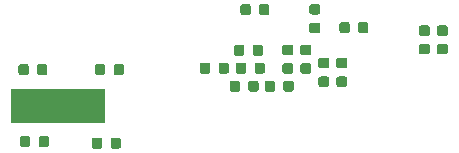
<source format=gbp>
G04 #@! TF.GenerationSoftware,KiCad,Pcbnew,(5.0.0)*
G04 #@! TF.CreationDate,2018-09-15T00:01:03-04:00*
G04 #@! TF.ProjectId,EFMPod,45464D506F642E6B696361645F706362,rev?*
G04 #@! TF.SameCoordinates,Original*
G04 #@! TF.FileFunction,Paste,Bot*
G04 #@! TF.FilePolarity,Positive*
%FSLAX46Y46*%
G04 Gerber Fmt 4.6, Leading zero omitted, Abs format (unit mm)*
G04 Created by KiCad (PCBNEW (5.0.0)) date 09/15/18 00:01:03*
%MOMM*%
%LPD*%
G01*
G04 APERTURE LIST*
%ADD10C,0.100000*%
%ADD11C,0.875000*%
%ADD12R,8.000000X3.000000*%
G04 APERTURE END LIST*
D10*
G04 #@! TO.C,C1*
G36*
X139330691Y-91347053D02*
X139351926Y-91350203D01*
X139372750Y-91355419D01*
X139392962Y-91362651D01*
X139412368Y-91371830D01*
X139430781Y-91382866D01*
X139448024Y-91395654D01*
X139463930Y-91410070D01*
X139478346Y-91425976D01*
X139491134Y-91443219D01*
X139502170Y-91461632D01*
X139511349Y-91481038D01*
X139518581Y-91501250D01*
X139523797Y-91522074D01*
X139526947Y-91543309D01*
X139528000Y-91564750D01*
X139528000Y-92077250D01*
X139526947Y-92098691D01*
X139523797Y-92119926D01*
X139518581Y-92140750D01*
X139511349Y-92160962D01*
X139502170Y-92180368D01*
X139491134Y-92198781D01*
X139478346Y-92216024D01*
X139463930Y-92231930D01*
X139448024Y-92246346D01*
X139430781Y-92259134D01*
X139412368Y-92270170D01*
X139392962Y-92279349D01*
X139372750Y-92286581D01*
X139351926Y-92291797D01*
X139330691Y-92294947D01*
X139309250Y-92296000D01*
X138871750Y-92296000D01*
X138850309Y-92294947D01*
X138829074Y-92291797D01*
X138808250Y-92286581D01*
X138788038Y-92279349D01*
X138768632Y-92270170D01*
X138750219Y-92259134D01*
X138732976Y-92246346D01*
X138717070Y-92231930D01*
X138702654Y-92216024D01*
X138689866Y-92198781D01*
X138678830Y-92180368D01*
X138669651Y-92160962D01*
X138662419Y-92140750D01*
X138657203Y-92119926D01*
X138654053Y-92098691D01*
X138653000Y-92077250D01*
X138653000Y-91564750D01*
X138654053Y-91543309D01*
X138657203Y-91522074D01*
X138662419Y-91501250D01*
X138669651Y-91481038D01*
X138678830Y-91461632D01*
X138689866Y-91443219D01*
X138702654Y-91425976D01*
X138717070Y-91410070D01*
X138732976Y-91395654D01*
X138750219Y-91382866D01*
X138768632Y-91371830D01*
X138788038Y-91362651D01*
X138808250Y-91355419D01*
X138829074Y-91350203D01*
X138850309Y-91347053D01*
X138871750Y-91346000D01*
X139309250Y-91346000D01*
X139330691Y-91347053D01*
X139330691Y-91347053D01*
G37*
D11*
X139090500Y-91821000D03*
D10*
G36*
X137755691Y-91347053D02*
X137776926Y-91350203D01*
X137797750Y-91355419D01*
X137817962Y-91362651D01*
X137837368Y-91371830D01*
X137855781Y-91382866D01*
X137873024Y-91395654D01*
X137888930Y-91410070D01*
X137903346Y-91425976D01*
X137916134Y-91443219D01*
X137927170Y-91461632D01*
X137936349Y-91481038D01*
X137943581Y-91501250D01*
X137948797Y-91522074D01*
X137951947Y-91543309D01*
X137953000Y-91564750D01*
X137953000Y-92077250D01*
X137951947Y-92098691D01*
X137948797Y-92119926D01*
X137943581Y-92140750D01*
X137936349Y-92160962D01*
X137927170Y-92180368D01*
X137916134Y-92198781D01*
X137903346Y-92216024D01*
X137888930Y-92231930D01*
X137873024Y-92246346D01*
X137855781Y-92259134D01*
X137837368Y-92270170D01*
X137817962Y-92279349D01*
X137797750Y-92286581D01*
X137776926Y-92291797D01*
X137755691Y-92294947D01*
X137734250Y-92296000D01*
X137296750Y-92296000D01*
X137275309Y-92294947D01*
X137254074Y-92291797D01*
X137233250Y-92286581D01*
X137213038Y-92279349D01*
X137193632Y-92270170D01*
X137175219Y-92259134D01*
X137157976Y-92246346D01*
X137142070Y-92231930D01*
X137127654Y-92216024D01*
X137114866Y-92198781D01*
X137103830Y-92180368D01*
X137094651Y-92160962D01*
X137087419Y-92140750D01*
X137082203Y-92119926D01*
X137079053Y-92098691D01*
X137078000Y-92077250D01*
X137078000Y-91564750D01*
X137079053Y-91543309D01*
X137082203Y-91522074D01*
X137087419Y-91501250D01*
X137094651Y-91481038D01*
X137103830Y-91461632D01*
X137114866Y-91443219D01*
X137127654Y-91425976D01*
X137142070Y-91410070D01*
X137157976Y-91395654D01*
X137175219Y-91382866D01*
X137193632Y-91371830D01*
X137213038Y-91362651D01*
X137233250Y-91355419D01*
X137254074Y-91350203D01*
X137275309Y-91347053D01*
X137296750Y-91346000D01*
X137734250Y-91346000D01*
X137755691Y-91347053D01*
X137755691Y-91347053D01*
G37*
D11*
X137515500Y-91821000D03*
G04 #@! TD*
D10*
G04 #@! TO.C,C5*
G36*
X163091691Y-86304553D02*
X163112926Y-86307703D01*
X163133750Y-86312919D01*
X163153962Y-86320151D01*
X163173368Y-86329330D01*
X163191781Y-86340366D01*
X163209024Y-86353154D01*
X163224930Y-86367570D01*
X163239346Y-86383476D01*
X163252134Y-86400719D01*
X163263170Y-86419132D01*
X163272349Y-86438538D01*
X163279581Y-86458750D01*
X163284797Y-86479574D01*
X163287947Y-86500809D01*
X163289000Y-86522250D01*
X163289000Y-86959750D01*
X163287947Y-86981191D01*
X163284797Y-87002426D01*
X163279581Y-87023250D01*
X163272349Y-87043462D01*
X163263170Y-87062868D01*
X163252134Y-87081281D01*
X163239346Y-87098524D01*
X163224930Y-87114430D01*
X163209024Y-87128846D01*
X163191781Y-87141634D01*
X163173368Y-87152670D01*
X163153962Y-87161849D01*
X163133750Y-87169081D01*
X163112926Y-87174297D01*
X163091691Y-87177447D01*
X163070250Y-87178500D01*
X162557750Y-87178500D01*
X162536309Y-87177447D01*
X162515074Y-87174297D01*
X162494250Y-87169081D01*
X162474038Y-87161849D01*
X162454632Y-87152670D01*
X162436219Y-87141634D01*
X162418976Y-87128846D01*
X162403070Y-87114430D01*
X162388654Y-87098524D01*
X162375866Y-87081281D01*
X162364830Y-87062868D01*
X162355651Y-87043462D01*
X162348419Y-87023250D01*
X162343203Y-87002426D01*
X162340053Y-86981191D01*
X162339000Y-86959750D01*
X162339000Y-86522250D01*
X162340053Y-86500809D01*
X162343203Y-86479574D01*
X162348419Y-86458750D01*
X162355651Y-86438538D01*
X162364830Y-86419132D01*
X162375866Y-86400719D01*
X162388654Y-86383476D01*
X162403070Y-86367570D01*
X162418976Y-86353154D01*
X162436219Y-86340366D01*
X162454632Y-86329330D01*
X162474038Y-86320151D01*
X162494250Y-86312919D01*
X162515074Y-86307703D01*
X162536309Y-86304553D01*
X162557750Y-86303500D01*
X163070250Y-86303500D01*
X163091691Y-86304553D01*
X163091691Y-86304553D01*
G37*
D11*
X162814000Y-86741000D03*
D10*
G36*
X163091691Y-84729553D02*
X163112926Y-84732703D01*
X163133750Y-84737919D01*
X163153962Y-84745151D01*
X163173368Y-84754330D01*
X163191781Y-84765366D01*
X163209024Y-84778154D01*
X163224930Y-84792570D01*
X163239346Y-84808476D01*
X163252134Y-84825719D01*
X163263170Y-84844132D01*
X163272349Y-84863538D01*
X163279581Y-84883750D01*
X163284797Y-84904574D01*
X163287947Y-84925809D01*
X163289000Y-84947250D01*
X163289000Y-85384750D01*
X163287947Y-85406191D01*
X163284797Y-85427426D01*
X163279581Y-85448250D01*
X163272349Y-85468462D01*
X163263170Y-85487868D01*
X163252134Y-85506281D01*
X163239346Y-85523524D01*
X163224930Y-85539430D01*
X163209024Y-85553846D01*
X163191781Y-85566634D01*
X163173368Y-85577670D01*
X163153962Y-85586849D01*
X163133750Y-85594081D01*
X163112926Y-85599297D01*
X163091691Y-85602447D01*
X163070250Y-85603500D01*
X162557750Y-85603500D01*
X162536309Y-85602447D01*
X162515074Y-85599297D01*
X162494250Y-85594081D01*
X162474038Y-85586849D01*
X162454632Y-85577670D01*
X162436219Y-85566634D01*
X162418976Y-85553846D01*
X162403070Y-85539430D01*
X162388654Y-85523524D01*
X162375866Y-85506281D01*
X162364830Y-85487868D01*
X162355651Y-85468462D01*
X162348419Y-85448250D01*
X162343203Y-85427426D01*
X162340053Y-85406191D01*
X162339000Y-85384750D01*
X162339000Y-84947250D01*
X162340053Y-84925809D01*
X162343203Y-84904574D01*
X162348419Y-84883750D01*
X162355651Y-84863538D01*
X162364830Y-84844132D01*
X162375866Y-84825719D01*
X162388654Y-84808476D01*
X162403070Y-84792570D01*
X162418976Y-84778154D01*
X162436219Y-84765366D01*
X162454632Y-84754330D01*
X162474038Y-84745151D01*
X162494250Y-84737919D01*
X162515074Y-84732703D01*
X162536309Y-84729553D01*
X162557750Y-84728500D01*
X163070250Y-84728500D01*
X163091691Y-84729553D01*
X163091691Y-84729553D01*
G37*
D11*
X162814000Y-85166000D03*
G04 #@! TD*
D10*
G04 #@! TO.C,C6*
G36*
X152995691Y-85124053D02*
X153016926Y-85127203D01*
X153037750Y-85132419D01*
X153057962Y-85139651D01*
X153077368Y-85148830D01*
X153095781Y-85159866D01*
X153113024Y-85172654D01*
X153128930Y-85187070D01*
X153143346Y-85202976D01*
X153156134Y-85220219D01*
X153167170Y-85238632D01*
X153176349Y-85258038D01*
X153183581Y-85278250D01*
X153188797Y-85299074D01*
X153191947Y-85320309D01*
X153193000Y-85341750D01*
X153193000Y-85854250D01*
X153191947Y-85875691D01*
X153188797Y-85896926D01*
X153183581Y-85917750D01*
X153176349Y-85937962D01*
X153167170Y-85957368D01*
X153156134Y-85975781D01*
X153143346Y-85993024D01*
X153128930Y-86008930D01*
X153113024Y-86023346D01*
X153095781Y-86036134D01*
X153077368Y-86047170D01*
X153057962Y-86056349D01*
X153037750Y-86063581D01*
X153016926Y-86068797D01*
X152995691Y-86071947D01*
X152974250Y-86073000D01*
X152536750Y-86073000D01*
X152515309Y-86071947D01*
X152494074Y-86068797D01*
X152473250Y-86063581D01*
X152453038Y-86056349D01*
X152433632Y-86047170D01*
X152415219Y-86036134D01*
X152397976Y-86023346D01*
X152382070Y-86008930D01*
X152367654Y-85993024D01*
X152354866Y-85975781D01*
X152343830Y-85957368D01*
X152334651Y-85937962D01*
X152327419Y-85917750D01*
X152322203Y-85896926D01*
X152319053Y-85875691D01*
X152318000Y-85854250D01*
X152318000Y-85341750D01*
X152319053Y-85320309D01*
X152322203Y-85299074D01*
X152327419Y-85278250D01*
X152334651Y-85258038D01*
X152343830Y-85238632D01*
X152354866Y-85220219D01*
X152367654Y-85202976D01*
X152382070Y-85187070D01*
X152397976Y-85172654D01*
X152415219Y-85159866D01*
X152433632Y-85148830D01*
X152453038Y-85139651D01*
X152473250Y-85132419D01*
X152494074Y-85127203D01*
X152515309Y-85124053D01*
X152536750Y-85123000D01*
X152974250Y-85123000D01*
X152995691Y-85124053D01*
X152995691Y-85124053D01*
G37*
D11*
X152755500Y-85598000D03*
D10*
G36*
X154570691Y-85124053D02*
X154591926Y-85127203D01*
X154612750Y-85132419D01*
X154632962Y-85139651D01*
X154652368Y-85148830D01*
X154670781Y-85159866D01*
X154688024Y-85172654D01*
X154703930Y-85187070D01*
X154718346Y-85202976D01*
X154731134Y-85220219D01*
X154742170Y-85238632D01*
X154751349Y-85258038D01*
X154758581Y-85278250D01*
X154763797Y-85299074D01*
X154766947Y-85320309D01*
X154768000Y-85341750D01*
X154768000Y-85854250D01*
X154766947Y-85875691D01*
X154763797Y-85896926D01*
X154758581Y-85917750D01*
X154751349Y-85937962D01*
X154742170Y-85957368D01*
X154731134Y-85975781D01*
X154718346Y-85993024D01*
X154703930Y-86008930D01*
X154688024Y-86023346D01*
X154670781Y-86036134D01*
X154652368Y-86047170D01*
X154632962Y-86056349D01*
X154612750Y-86063581D01*
X154591926Y-86068797D01*
X154570691Y-86071947D01*
X154549250Y-86073000D01*
X154111750Y-86073000D01*
X154090309Y-86071947D01*
X154069074Y-86068797D01*
X154048250Y-86063581D01*
X154028038Y-86056349D01*
X154008632Y-86047170D01*
X153990219Y-86036134D01*
X153972976Y-86023346D01*
X153957070Y-86008930D01*
X153942654Y-85993024D01*
X153929866Y-85975781D01*
X153918830Y-85957368D01*
X153909651Y-85937962D01*
X153902419Y-85917750D01*
X153897203Y-85896926D01*
X153894053Y-85875691D01*
X153893000Y-85854250D01*
X153893000Y-85341750D01*
X153894053Y-85320309D01*
X153897203Y-85299074D01*
X153902419Y-85278250D01*
X153909651Y-85258038D01*
X153918830Y-85238632D01*
X153929866Y-85220219D01*
X153942654Y-85202976D01*
X153957070Y-85187070D01*
X153972976Y-85172654D01*
X153990219Y-85159866D01*
X154008632Y-85148830D01*
X154028038Y-85139651D01*
X154048250Y-85132419D01*
X154069074Y-85127203D01*
X154090309Y-85124053D01*
X154111750Y-85123000D01*
X154549250Y-85123000D01*
X154570691Y-85124053D01*
X154570691Y-85124053D01*
G37*
D11*
X154330500Y-85598000D03*
G04 #@! TD*
D10*
G04 #@! TO.C,C7*
G36*
X160043691Y-85187053D02*
X160064926Y-85190203D01*
X160085750Y-85195419D01*
X160105962Y-85202651D01*
X160125368Y-85211830D01*
X160143781Y-85222866D01*
X160161024Y-85235654D01*
X160176930Y-85250070D01*
X160191346Y-85265976D01*
X160204134Y-85283219D01*
X160215170Y-85301632D01*
X160224349Y-85321038D01*
X160231581Y-85341250D01*
X160236797Y-85362074D01*
X160239947Y-85383309D01*
X160241000Y-85404750D01*
X160241000Y-85842250D01*
X160239947Y-85863691D01*
X160236797Y-85884926D01*
X160231581Y-85905750D01*
X160224349Y-85925962D01*
X160215170Y-85945368D01*
X160204134Y-85963781D01*
X160191346Y-85981024D01*
X160176930Y-85996930D01*
X160161024Y-86011346D01*
X160143781Y-86024134D01*
X160125368Y-86035170D01*
X160105962Y-86044349D01*
X160085750Y-86051581D01*
X160064926Y-86056797D01*
X160043691Y-86059947D01*
X160022250Y-86061000D01*
X159509750Y-86061000D01*
X159488309Y-86059947D01*
X159467074Y-86056797D01*
X159446250Y-86051581D01*
X159426038Y-86044349D01*
X159406632Y-86035170D01*
X159388219Y-86024134D01*
X159370976Y-86011346D01*
X159355070Y-85996930D01*
X159340654Y-85981024D01*
X159327866Y-85963781D01*
X159316830Y-85945368D01*
X159307651Y-85925962D01*
X159300419Y-85905750D01*
X159295203Y-85884926D01*
X159292053Y-85863691D01*
X159291000Y-85842250D01*
X159291000Y-85404750D01*
X159292053Y-85383309D01*
X159295203Y-85362074D01*
X159300419Y-85341250D01*
X159307651Y-85321038D01*
X159316830Y-85301632D01*
X159327866Y-85283219D01*
X159340654Y-85265976D01*
X159355070Y-85250070D01*
X159370976Y-85235654D01*
X159388219Y-85222866D01*
X159406632Y-85211830D01*
X159426038Y-85202651D01*
X159446250Y-85195419D01*
X159467074Y-85190203D01*
X159488309Y-85187053D01*
X159509750Y-85186000D01*
X160022250Y-85186000D01*
X160043691Y-85187053D01*
X160043691Y-85187053D01*
G37*
D11*
X159766000Y-85623500D03*
D10*
G36*
X160043691Y-83612053D02*
X160064926Y-83615203D01*
X160085750Y-83620419D01*
X160105962Y-83627651D01*
X160125368Y-83636830D01*
X160143781Y-83647866D01*
X160161024Y-83660654D01*
X160176930Y-83675070D01*
X160191346Y-83690976D01*
X160204134Y-83708219D01*
X160215170Y-83726632D01*
X160224349Y-83746038D01*
X160231581Y-83766250D01*
X160236797Y-83787074D01*
X160239947Y-83808309D01*
X160241000Y-83829750D01*
X160241000Y-84267250D01*
X160239947Y-84288691D01*
X160236797Y-84309926D01*
X160231581Y-84330750D01*
X160224349Y-84350962D01*
X160215170Y-84370368D01*
X160204134Y-84388781D01*
X160191346Y-84406024D01*
X160176930Y-84421930D01*
X160161024Y-84436346D01*
X160143781Y-84449134D01*
X160125368Y-84460170D01*
X160105962Y-84469349D01*
X160085750Y-84476581D01*
X160064926Y-84481797D01*
X160043691Y-84484947D01*
X160022250Y-84486000D01*
X159509750Y-84486000D01*
X159488309Y-84484947D01*
X159467074Y-84481797D01*
X159446250Y-84476581D01*
X159426038Y-84469349D01*
X159406632Y-84460170D01*
X159388219Y-84449134D01*
X159370976Y-84436346D01*
X159355070Y-84421930D01*
X159340654Y-84406024D01*
X159327866Y-84388781D01*
X159316830Y-84370368D01*
X159307651Y-84350962D01*
X159300419Y-84330750D01*
X159295203Y-84309926D01*
X159292053Y-84288691D01*
X159291000Y-84267250D01*
X159291000Y-83829750D01*
X159292053Y-83808309D01*
X159295203Y-83787074D01*
X159300419Y-83766250D01*
X159307651Y-83746038D01*
X159316830Y-83726632D01*
X159327866Y-83708219D01*
X159340654Y-83690976D01*
X159355070Y-83675070D01*
X159370976Y-83660654D01*
X159388219Y-83647866D01*
X159406632Y-83636830D01*
X159426038Y-83627651D01*
X159446250Y-83620419D01*
X159467074Y-83615203D01*
X159488309Y-83612053D01*
X159509750Y-83611000D01*
X160022250Y-83611000D01*
X160043691Y-83612053D01*
X160043691Y-83612053D01*
G37*
D11*
X159766000Y-84048500D03*
G04 #@! TD*
D10*
G04 #@! TO.C,C8*
G36*
X161567691Y-83612053D02*
X161588926Y-83615203D01*
X161609750Y-83620419D01*
X161629962Y-83627651D01*
X161649368Y-83636830D01*
X161667781Y-83647866D01*
X161685024Y-83660654D01*
X161700930Y-83675070D01*
X161715346Y-83690976D01*
X161728134Y-83708219D01*
X161739170Y-83726632D01*
X161748349Y-83746038D01*
X161755581Y-83766250D01*
X161760797Y-83787074D01*
X161763947Y-83808309D01*
X161765000Y-83829750D01*
X161765000Y-84267250D01*
X161763947Y-84288691D01*
X161760797Y-84309926D01*
X161755581Y-84330750D01*
X161748349Y-84350962D01*
X161739170Y-84370368D01*
X161728134Y-84388781D01*
X161715346Y-84406024D01*
X161700930Y-84421930D01*
X161685024Y-84436346D01*
X161667781Y-84449134D01*
X161649368Y-84460170D01*
X161629962Y-84469349D01*
X161609750Y-84476581D01*
X161588926Y-84481797D01*
X161567691Y-84484947D01*
X161546250Y-84486000D01*
X161033750Y-84486000D01*
X161012309Y-84484947D01*
X160991074Y-84481797D01*
X160970250Y-84476581D01*
X160950038Y-84469349D01*
X160930632Y-84460170D01*
X160912219Y-84449134D01*
X160894976Y-84436346D01*
X160879070Y-84421930D01*
X160864654Y-84406024D01*
X160851866Y-84388781D01*
X160840830Y-84370368D01*
X160831651Y-84350962D01*
X160824419Y-84330750D01*
X160819203Y-84309926D01*
X160816053Y-84288691D01*
X160815000Y-84267250D01*
X160815000Y-83829750D01*
X160816053Y-83808309D01*
X160819203Y-83787074D01*
X160824419Y-83766250D01*
X160831651Y-83746038D01*
X160840830Y-83726632D01*
X160851866Y-83708219D01*
X160864654Y-83690976D01*
X160879070Y-83675070D01*
X160894976Y-83660654D01*
X160912219Y-83647866D01*
X160930632Y-83636830D01*
X160950038Y-83627651D01*
X160970250Y-83620419D01*
X160991074Y-83615203D01*
X161012309Y-83612053D01*
X161033750Y-83611000D01*
X161546250Y-83611000D01*
X161567691Y-83612053D01*
X161567691Y-83612053D01*
G37*
D11*
X161290000Y-84048500D03*
D10*
G36*
X161567691Y-85187053D02*
X161588926Y-85190203D01*
X161609750Y-85195419D01*
X161629962Y-85202651D01*
X161649368Y-85211830D01*
X161667781Y-85222866D01*
X161685024Y-85235654D01*
X161700930Y-85250070D01*
X161715346Y-85265976D01*
X161728134Y-85283219D01*
X161739170Y-85301632D01*
X161748349Y-85321038D01*
X161755581Y-85341250D01*
X161760797Y-85362074D01*
X161763947Y-85383309D01*
X161765000Y-85404750D01*
X161765000Y-85842250D01*
X161763947Y-85863691D01*
X161760797Y-85884926D01*
X161755581Y-85905750D01*
X161748349Y-85925962D01*
X161739170Y-85945368D01*
X161728134Y-85963781D01*
X161715346Y-85981024D01*
X161700930Y-85996930D01*
X161685024Y-86011346D01*
X161667781Y-86024134D01*
X161649368Y-86035170D01*
X161629962Y-86044349D01*
X161609750Y-86051581D01*
X161588926Y-86056797D01*
X161567691Y-86059947D01*
X161546250Y-86061000D01*
X161033750Y-86061000D01*
X161012309Y-86059947D01*
X160991074Y-86056797D01*
X160970250Y-86051581D01*
X160950038Y-86044349D01*
X160930632Y-86035170D01*
X160912219Y-86024134D01*
X160894976Y-86011346D01*
X160879070Y-85996930D01*
X160864654Y-85981024D01*
X160851866Y-85963781D01*
X160840830Y-85945368D01*
X160831651Y-85925962D01*
X160824419Y-85905750D01*
X160819203Y-85884926D01*
X160816053Y-85863691D01*
X160815000Y-85842250D01*
X160815000Y-85404750D01*
X160816053Y-85383309D01*
X160819203Y-85362074D01*
X160824419Y-85341250D01*
X160831651Y-85321038D01*
X160840830Y-85301632D01*
X160851866Y-85283219D01*
X160864654Y-85265976D01*
X160879070Y-85250070D01*
X160894976Y-85235654D01*
X160912219Y-85222866D01*
X160930632Y-85211830D01*
X160950038Y-85202651D01*
X160970250Y-85195419D01*
X160991074Y-85190203D01*
X161012309Y-85187053D01*
X161033750Y-85186000D01*
X161546250Y-85186000D01*
X161567691Y-85187053D01*
X161567691Y-85187053D01*
G37*
D11*
X161290000Y-85623500D03*
G04 #@! TD*
D10*
G04 #@! TO.C,C9*
G36*
X155510191Y-86648053D02*
X155531426Y-86651203D01*
X155552250Y-86656419D01*
X155572462Y-86663651D01*
X155591868Y-86672830D01*
X155610281Y-86683866D01*
X155627524Y-86696654D01*
X155643430Y-86711070D01*
X155657846Y-86726976D01*
X155670634Y-86744219D01*
X155681670Y-86762632D01*
X155690849Y-86782038D01*
X155698081Y-86802250D01*
X155703297Y-86823074D01*
X155706447Y-86844309D01*
X155707500Y-86865750D01*
X155707500Y-87378250D01*
X155706447Y-87399691D01*
X155703297Y-87420926D01*
X155698081Y-87441750D01*
X155690849Y-87461962D01*
X155681670Y-87481368D01*
X155670634Y-87499781D01*
X155657846Y-87517024D01*
X155643430Y-87532930D01*
X155627524Y-87547346D01*
X155610281Y-87560134D01*
X155591868Y-87571170D01*
X155572462Y-87580349D01*
X155552250Y-87587581D01*
X155531426Y-87592797D01*
X155510191Y-87595947D01*
X155488750Y-87597000D01*
X155051250Y-87597000D01*
X155029809Y-87595947D01*
X155008574Y-87592797D01*
X154987750Y-87587581D01*
X154967538Y-87580349D01*
X154948132Y-87571170D01*
X154929719Y-87560134D01*
X154912476Y-87547346D01*
X154896570Y-87532930D01*
X154882154Y-87517024D01*
X154869366Y-87499781D01*
X154858330Y-87481368D01*
X154849151Y-87461962D01*
X154841919Y-87441750D01*
X154836703Y-87420926D01*
X154833553Y-87399691D01*
X154832500Y-87378250D01*
X154832500Y-86865750D01*
X154833553Y-86844309D01*
X154836703Y-86823074D01*
X154841919Y-86802250D01*
X154849151Y-86782038D01*
X154858330Y-86762632D01*
X154869366Y-86744219D01*
X154882154Y-86726976D01*
X154896570Y-86711070D01*
X154912476Y-86696654D01*
X154929719Y-86683866D01*
X154948132Y-86672830D01*
X154967538Y-86663651D01*
X154987750Y-86656419D01*
X155008574Y-86651203D01*
X155029809Y-86648053D01*
X155051250Y-86647000D01*
X155488750Y-86647000D01*
X155510191Y-86648053D01*
X155510191Y-86648053D01*
G37*
D11*
X155270000Y-87122000D03*
D10*
G36*
X157085191Y-86648053D02*
X157106426Y-86651203D01*
X157127250Y-86656419D01*
X157147462Y-86663651D01*
X157166868Y-86672830D01*
X157185281Y-86683866D01*
X157202524Y-86696654D01*
X157218430Y-86711070D01*
X157232846Y-86726976D01*
X157245634Y-86744219D01*
X157256670Y-86762632D01*
X157265849Y-86782038D01*
X157273081Y-86802250D01*
X157278297Y-86823074D01*
X157281447Y-86844309D01*
X157282500Y-86865750D01*
X157282500Y-87378250D01*
X157281447Y-87399691D01*
X157278297Y-87420926D01*
X157273081Y-87441750D01*
X157265849Y-87461962D01*
X157256670Y-87481368D01*
X157245634Y-87499781D01*
X157232846Y-87517024D01*
X157218430Y-87532930D01*
X157202524Y-87547346D01*
X157185281Y-87560134D01*
X157166868Y-87571170D01*
X157147462Y-87580349D01*
X157127250Y-87587581D01*
X157106426Y-87592797D01*
X157085191Y-87595947D01*
X157063750Y-87597000D01*
X156626250Y-87597000D01*
X156604809Y-87595947D01*
X156583574Y-87592797D01*
X156562750Y-87587581D01*
X156542538Y-87580349D01*
X156523132Y-87571170D01*
X156504719Y-87560134D01*
X156487476Y-87547346D01*
X156471570Y-87532930D01*
X156457154Y-87517024D01*
X156444366Y-87499781D01*
X156433330Y-87481368D01*
X156424151Y-87461962D01*
X156416919Y-87441750D01*
X156411703Y-87420926D01*
X156408553Y-87399691D01*
X156407500Y-87378250D01*
X156407500Y-86865750D01*
X156408553Y-86844309D01*
X156411703Y-86823074D01*
X156416919Y-86802250D01*
X156424151Y-86782038D01*
X156433330Y-86762632D01*
X156444366Y-86744219D01*
X156457154Y-86726976D01*
X156471570Y-86711070D01*
X156487476Y-86696654D01*
X156504719Y-86683866D01*
X156523132Y-86672830D01*
X156542538Y-86663651D01*
X156562750Y-86656419D01*
X156583574Y-86651203D01*
X156604809Y-86648053D01*
X156626250Y-86647000D01*
X157063750Y-86647000D01*
X157085191Y-86648053D01*
X157085191Y-86648053D01*
G37*
D11*
X156845000Y-87122000D03*
G04 #@! TD*
D10*
G04 #@! TO.C,C10*
G36*
X157999691Y-80171053D02*
X158020926Y-80174203D01*
X158041750Y-80179419D01*
X158061962Y-80186651D01*
X158081368Y-80195830D01*
X158099781Y-80206866D01*
X158117024Y-80219654D01*
X158132930Y-80234070D01*
X158147346Y-80249976D01*
X158160134Y-80267219D01*
X158171170Y-80285632D01*
X158180349Y-80305038D01*
X158187581Y-80325250D01*
X158192797Y-80346074D01*
X158195947Y-80367309D01*
X158197000Y-80388750D01*
X158197000Y-80901250D01*
X158195947Y-80922691D01*
X158192797Y-80943926D01*
X158187581Y-80964750D01*
X158180349Y-80984962D01*
X158171170Y-81004368D01*
X158160134Y-81022781D01*
X158147346Y-81040024D01*
X158132930Y-81055930D01*
X158117024Y-81070346D01*
X158099781Y-81083134D01*
X158081368Y-81094170D01*
X158061962Y-81103349D01*
X158041750Y-81110581D01*
X158020926Y-81115797D01*
X157999691Y-81118947D01*
X157978250Y-81120000D01*
X157540750Y-81120000D01*
X157519309Y-81118947D01*
X157498074Y-81115797D01*
X157477250Y-81110581D01*
X157457038Y-81103349D01*
X157437632Y-81094170D01*
X157419219Y-81083134D01*
X157401976Y-81070346D01*
X157386070Y-81055930D01*
X157371654Y-81040024D01*
X157358866Y-81022781D01*
X157347830Y-81004368D01*
X157338651Y-80984962D01*
X157331419Y-80964750D01*
X157326203Y-80943926D01*
X157323053Y-80922691D01*
X157322000Y-80901250D01*
X157322000Y-80388750D01*
X157323053Y-80367309D01*
X157326203Y-80346074D01*
X157331419Y-80325250D01*
X157338651Y-80305038D01*
X157347830Y-80285632D01*
X157358866Y-80267219D01*
X157371654Y-80249976D01*
X157386070Y-80234070D01*
X157401976Y-80219654D01*
X157419219Y-80206866D01*
X157437632Y-80195830D01*
X157457038Y-80186651D01*
X157477250Y-80179419D01*
X157498074Y-80174203D01*
X157519309Y-80171053D01*
X157540750Y-80170000D01*
X157978250Y-80170000D01*
X157999691Y-80171053D01*
X157999691Y-80171053D01*
G37*
D11*
X157759500Y-80645000D03*
D10*
G36*
X156424691Y-80171053D02*
X156445926Y-80174203D01*
X156466750Y-80179419D01*
X156486962Y-80186651D01*
X156506368Y-80195830D01*
X156524781Y-80206866D01*
X156542024Y-80219654D01*
X156557930Y-80234070D01*
X156572346Y-80249976D01*
X156585134Y-80267219D01*
X156596170Y-80285632D01*
X156605349Y-80305038D01*
X156612581Y-80325250D01*
X156617797Y-80346074D01*
X156620947Y-80367309D01*
X156622000Y-80388750D01*
X156622000Y-80901250D01*
X156620947Y-80922691D01*
X156617797Y-80943926D01*
X156612581Y-80964750D01*
X156605349Y-80984962D01*
X156596170Y-81004368D01*
X156585134Y-81022781D01*
X156572346Y-81040024D01*
X156557930Y-81055930D01*
X156542024Y-81070346D01*
X156524781Y-81083134D01*
X156506368Y-81094170D01*
X156486962Y-81103349D01*
X156466750Y-81110581D01*
X156445926Y-81115797D01*
X156424691Y-81118947D01*
X156403250Y-81120000D01*
X155965750Y-81120000D01*
X155944309Y-81118947D01*
X155923074Y-81115797D01*
X155902250Y-81110581D01*
X155882038Y-81103349D01*
X155862632Y-81094170D01*
X155844219Y-81083134D01*
X155826976Y-81070346D01*
X155811070Y-81055930D01*
X155796654Y-81040024D01*
X155783866Y-81022781D01*
X155772830Y-81004368D01*
X155763651Y-80984962D01*
X155756419Y-80964750D01*
X155751203Y-80943926D01*
X155748053Y-80922691D01*
X155747000Y-80901250D01*
X155747000Y-80388750D01*
X155748053Y-80367309D01*
X155751203Y-80346074D01*
X155756419Y-80325250D01*
X155763651Y-80305038D01*
X155772830Y-80285632D01*
X155783866Y-80267219D01*
X155796654Y-80249976D01*
X155811070Y-80234070D01*
X155826976Y-80219654D01*
X155844219Y-80206866D01*
X155862632Y-80195830D01*
X155882038Y-80186651D01*
X155902250Y-80179419D01*
X155923074Y-80174203D01*
X155944309Y-80171053D01*
X155965750Y-80170000D01*
X156403250Y-80170000D01*
X156424691Y-80171053D01*
X156424691Y-80171053D01*
G37*
D11*
X156184500Y-80645000D03*
G04 #@! TD*
D10*
G04 #@! TO.C,C11*
G36*
X166381691Y-81695053D02*
X166402926Y-81698203D01*
X166423750Y-81703419D01*
X166443962Y-81710651D01*
X166463368Y-81719830D01*
X166481781Y-81730866D01*
X166499024Y-81743654D01*
X166514930Y-81758070D01*
X166529346Y-81773976D01*
X166542134Y-81791219D01*
X166553170Y-81809632D01*
X166562349Y-81829038D01*
X166569581Y-81849250D01*
X166574797Y-81870074D01*
X166577947Y-81891309D01*
X166579000Y-81912750D01*
X166579000Y-82425250D01*
X166577947Y-82446691D01*
X166574797Y-82467926D01*
X166569581Y-82488750D01*
X166562349Y-82508962D01*
X166553170Y-82528368D01*
X166542134Y-82546781D01*
X166529346Y-82564024D01*
X166514930Y-82579930D01*
X166499024Y-82594346D01*
X166481781Y-82607134D01*
X166463368Y-82618170D01*
X166443962Y-82627349D01*
X166423750Y-82634581D01*
X166402926Y-82639797D01*
X166381691Y-82642947D01*
X166360250Y-82644000D01*
X165922750Y-82644000D01*
X165901309Y-82642947D01*
X165880074Y-82639797D01*
X165859250Y-82634581D01*
X165839038Y-82627349D01*
X165819632Y-82618170D01*
X165801219Y-82607134D01*
X165783976Y-82594346D01*
X165768070Y-82579930D01*
X165753654Y-82564024D01*
X165740866Y-82546781D01*
X165729830Y-82528368D01*
X165720651Y-82508962D01*
X165713419Y-82488750D01*
X165708203Y-82467926D01*
X165705053Y-82446691D01*
X165704000Y-82425250D01*
X165704000Y-81912750D01*
X165705053Y-81891309D01*
X165708203Y-81870074D01*
X165713419Y-81849250D01*
X165720651Y-81829038D01*
X165729830Y-81809632D01*
X165740866Y-81791219D01*
X165753654Y-81773976D01*
X165768070Y-81758070D01*
X165783976Y-81743654D01*
X165801219Y-81730866D01*
X165819632Y-81719830D01*
X165839038Y-81710651D01*
X165859250Y-81703419D01*
X165880074Y-81698203D01*
X165901309Y-81695053D01*
X165922750Y-81694000D01*
X166360250Y-81694000D01*
X166381691Y-81695053D01*
X166381691Y-81695053D01*
G37*
D11*
X166141500Y-82169000D03*
D10*
G36*
X164806691Y-81695053D02*
X164827926Y-81698203D01*
X164848750Y-81703419D01*
X164868962Y-81710651D01*
X164888368Y-81719830D01*
X164906781Y-81730866D01*
X164924024Y-81743654D01*
X164939930Y-81758070D01*
X164954346Y-81773976D01*
X164967134Y-81791219D01*
X164978170Y-81809632D01*
X164987349Y-81829038D01*
X164994581Y-81849250D01*
X164999797Y-81870074D01*
X165002947Y-81891309D01*
X165004000Y-81912750D01*
X165004000Y-82425250D01*
X165002947Y-82446691D01*
X164999797Y-82467926D01*
X164994581Y-82488750D01*
X164987349Y-82508962D01*
X164978170Y-82528368D01*
X164967134Y-82546781D01*
X164954346Y-82564024D01*
X164939930Y-82579930D01*
X164924024Y-82594346D01*
X164906781Y-82607134D01*
X164888368Y-82618170D01*
X164868962Y-82627349D01*
X164848750Y-82634581D01*
X164827926Y-82639797D01*
X164806691Y-82642947D01*
X164785250Y-82644000D01*
X164347750Y-82644000D01*
X164326309Y-82642947D01*
X164305074Y-82639797D01*
X164284250Y-82634581D01*
X164264038Y-82627349D01*
X164244632Y-82618170D01*
X164226219Y-82607134D01*
X164208976Y-82594346D01*
X164193070Y-82579930D01*
X164178654Y-82564024D01*
X164165866Y-82546781D01*
X164154830Y-82528368D01*
X164145651Y-82508962D01*
X164138419Y-82488750D01*
X164133203Y-82467926D01*
X164130053Y-82446691D01*
X164129000Y-82425250D01*
X164129000Y-81912750D01*
X164130053Y-81891309D01*
X164133203Y-81870074D01*
X164138419Y-81849250D01*
X164145651Y-81829038D01*
X164154830Y-81809632D01*
X164165866Y-81791219D01*
X164178654Y-81773976D01*
X164193070Y-81758070D01*
X164208976Y-81743654D01*
X164226219Y-81730866D01*
X164244632Y-81719830D01*
X164264038Y-81710651D01*
X164284250Y-81703419D01*
X164305074Y-81698203D01*
X164326309Y-81695053D01*
X164347750Y-81694000D01*
X164785250Y-81694000D01*
X164806691Y-81695053D01*
X164806691Y-81695053D01*
G37*
D11*
X164566500Y-82169000D03*
G04 #@! TD*
D10*
G04 #@! TO.C,C12*
G36*
X157618691Y-85124053D02*
X157639926Y-85127203D01*
X157660750Y-85132419D01*
X157680962Y-85139651D01*
X157700368Y-85148830D01*
X157718781Y-85159866D01*
X157736024Y-85172654D01*
X157751930Y-85187070D01*
X157766346Y-85202976D01*
X157779134Y-85220219D01*
X157790170Y-85238632D01*
X157799349Y-85258038D01*
X157806581Y-85278250D01*
X157811797Y-85299074D01*
X157814947Y-85320309D01*
X157816000Y-85341750D01*
X157816000Y-85854250D01*
X157814947Y-85875691D01*
X157811797Y-85896926D01*
X157806581Y-85917750D01*
X157799349Y-85937962D01*
X157790170Y-85957368D01*
X157779134Y-85975781D01*
X157766346Y-85993024D01*
X157751930Y-86008930D01*
X157736024Y-86023346D01*
X157718781Y-86036134D01*
X157700368Y-86047170D01*
X157680962Y-86056349D01*
X157660750Y-86063581D01*
X157639926Y-86068797D01*
X157618691Y-86071947D01*
X157597250Y-86073000D01*
X157159750Y-86073000D01*
X157138309Y-86071947D01*
X157117074Y-86068797D01*
X157096250Y-86063581D01*
X157076038Y-86056349D01*
X157056632Y-86047170D01*
X157038219Y-86036134D01*
X157020976Y-86023346D01*
X157005070Y-86008930D01*
X156990654Y-85993024D01*
X156977866Y-85975781D01*
X156966830Y-85957368D01*
X156957651Y-85937962D01*
X156950419Y-85917750D01*
X156945203Y-85896926D01*
X156942053Y-85875691D01*
X156941000Y-85854250D01*
X156941000Y-85341750D01*
X156942053Y-85320309D01*
X156945203Y-85299074D01*
X156950419Y-85278250D01*
X156957651Y-85258038D01*
X156966830Y-85238632D01*
X156977866Y-85220219D01*
X156990654Y-85202976D01*
X157005070Y-85187070D01*
X157020976Y-85172654D01*
X157038219Y-85159866D01*
X157056632Y-85148830D01*
X157076038Y-85139651D01*
X157096250Y-85132419D01*
X157117074Y-85127203D01*
X157138309Y-85124053D01*
X157159750Y-85123000D01*
X157597250Y-85123000D01*
X157618691Y-85124053D01*
X157618691Y-85124053D01*
G37*
D11*
X157378500Y-85598000D03*
D10*
G36*
X156043691Y-85124053D02*
X156064926Y-85127203D01*
X156085750Y-85132419D01*
X156105962Y-85139651D01*
X156125368Y-85148830D01*
X156143781Y-85159866D01*
X156161024Y-85172654D01*
X156176930Y-85187070D01*
X156191346Y-85202976D01*
X156204134Y-85220219D01*
X156215170Y-85238632D01*
X156224349Y-85258038D01*
X156231581Y-85278250D01*
X156236797Y-85299074D01*
X156239947Y-85320309D01*
X156241000Y-85341750D01*
X156241000Y-85854250D01*
X156239947Y-85875691D01*
X156236797Y-85896926D01*
X156231581Y-85917750D01*
X156224349Y-85937962D01*
X156215170Y-85957368D01*
X156204134Y-85975781D01*
X156191346Y-85993024D01*
X156176930Y-86008930D01*
X156161024Y-86023346D01*
X156143781Y-86036134D01*
X156125368Y-86047170D01*
X156105962Y-86056349D01*
X156085750Y-86063581D01*
X156064926Y-86068797D01*
X156043691Y-86071947D01*
X156022250Y-86073000D01*
X155584750Y-86073000D01*
X155563309Y-86071947D01*
X155542074Y-86068797D01*
X155521250Y-86063581D01*
X155501038Y-86056349D01*
X155481632Y-86047170D01*
X155463219Y-86036134D01*
X155445976Y-86023346D01*
X155430070Y-86008930D01*
X155415654Y-85993024D01*
X155402866Y-85975781D01*
X155391830Y-85957368D01*
X155382651Y-85937962D01*
X155375419Y-85917750D01*
X155370203Y-85896926D01*
X155367053Y-85875691D01*
X155366000Y-85854250D01*
X155366000Y-85341750D01*
X155367053Y-85320309D01*
X155370203Y-85299074D01*
X155375419Y-85278250D01*
X155382651Y-85258038D01*
X155391830Y-85238632D01*
X155402866Y-85220219D01*
X155415654Y-85202976D01*
X155430070Y-85187070D01*
X155445976Y-85172654D01*
X155463219Y-85159866D01*
X155481632Y-85148830D01*
X155501038Y-85139651D01*
X155521250Y-85132419D01*
X155542074Y-85127203D01*
X155563309Y-85124053D01*
X155584750Y-85123000D01*
X156022250Y-85123000D01*
X156043691Y-85124053D01*
X156043691Y-85124053D01*
G37*
D11*
X155803500Y-85598000D03*
G04 #@! TD*
D10*
G04 #@! TO.C,C13*
G36*
X155891191Y-83600053D02*
X155912426Y-83603203D01*
X155933250Y-83608419D01*
X155953462Y-83615651D01*
X155972868Y-83624830D01*
X155991281Y-83635866D01*
X156008524Y-83648654D01*
X156024430Y-83663070D01*
X156038846Y-83678976D01*
X156051634Y-83696219D01*
X156062670Y-83714632D01*
X156071849Y-83734038D01*
X156079081Y-83754250D01*
X156084297Y-83775074D01*
X156087447Y-83796309D01*
X156088500Y-83817750D01*
X156088500Y-84330250D01*
X156087447Y-84351691D01*
X156084297Y-84372926D01*
X156079081Y-84393750D01*
X156071849Y-84413962D01*
X156062670Y-84433368D01*
X156051634Y-84451781D01*
X156038846Y-84469024D01*
X156024430Y-84484930D01*
X156008524Y-84499346D01*
X155991281Y-84512134D01*
X155972868Y-84523170D01*
X155953462Y-84532349D01*
X155933250Y-84539581D01*
X155912426Y-84544797D01*
X155891191Y-84547947D01*
X155869750Y-84549000D01*
X155432250Y-84549000D01*
X155410809Y-84547947D01*
X155389574Y-84544797D01*
X155368750Y-84539581D01*
X155348538Y-84532349D01*
X155329132Y-84523170D01*
X155310719Y-84512134D01*
X155293476Y-84499346D01*
X155277570Y-84484930D01*
X155263154Y-84469024D01*
X155250366Y-84451781D01*
X155239330Y-84433368D01*
X155230151Y-84413962D01*
X155222919Y-84393750D01*
X155217703Y-84372926D01*
X155214553Y-84351691D01*
X155213500Y-84330250D01*
X155213500Y-83817750D01*
X155214553Y-83796309D01*
X155217703Y-83775074D01*
X155222919Y-83754250D01*
X155230151Y-83734038D01*
X155239330Y-83714632D01*
X155250366Y-83696219D01*
X155263154Y-83678976D01*
X155277570Y-83663070D01*
X155293476Y-83648654D01*
X155310719Y-83635866D01*
X155329132Y-83624830D01*
X155348538Y-83615651D01*
X155368750Y-83608419D01*
X155389574Y-83603203D01*
X155410809Y-83600053D01*
X155432250Y-83599000D01*
X155869750Y-83599000D01*
X155891191Y-83600053D01*
X155891191Y-83600053D01*
G37*
D11*
X155651000Y-84074000D03*
D10*
G36*
X157466191Y-83600053D02*
X157487426Y-83603203D01*
X157508250Y-83608419D01*
X157528462Y-83615651D01*
X157547868Y-83624830D01*
X157566281Y-83635866D01*
X157583524Y-83648654D01*
X157599430Y-83663070D01*
X157613846Y-83678976D01*
X157626634Y-83696219D01*
X157637670Y-83714632D01*
X157646849Y-83734038D01*
X157654081Y-83754250D01*
X157659297Y-83775074D01*
X157662447Y-83796309D01*
X157663500Y-83817750D01*
X157663500Y-84330250D01*
X157662447Y-84351691D01*
X157659297Y-84372926D01*
X157654081Y-84393750D01*
X157646849Y-84413962D01*
X157637670Y-84433368D01*
X157626634Y-84451781D01*
X157613846Y-84469024D01*
X157599430Y-84484930D01*
X157583524Y-84499346D01*
X157566281Y-84512134D01*
X157547868Y-84523170D01*
X157528462Y-84532349D01*
X157508250Y-84539581D01*
X157487426Y-84544797D01*
X157466191Y-84547947D01*
X157444750Y-84549000D01*
X157007250Y-84549000D01*
X156985809Y-84547947D01*
X156964574Y-84544797D01*
X156943750Y-84539581D01*
X156923538Y-84532349D01*
X156904132Y-84523170D01*
X156885719Y-84512134D01*
X156868476Y-84499346D01*
X156852570Y-84484930D01*
X156838154Y-84469024D01*
X156825366Y-84451781D01*
X156814330Y-84433368D01*
X156805151Y-84413962D01*
X156797919Y-84393750D01*
X156792703Y-84372926D01*
X156789553Y-84351691D01*
X156788500Y-84330250D01*
X156788500Y-83817750D01*
X156789553Y-83796309D01*
X156792703Y-83775074D01*
X156797919Y-83754250D01*
X156805151Y-83734038D01*
X156814330Y-83714632D01*
X156825366Y-83696219D01*
X156838154Y-83678976D01*
X156852570Y-83663070D01*
X156868476Y-83648654D01*
X156885719Y-83635866D01*
X156904132Y-83624830D01*
X156923538Y-83615651D01*
X156943750Y-83608419D01*
X156964574Y-83603203D01*
X156985809Y-83600053D01*
X157007250Y-83599000D01*
X157444750Y-83599000D01*
X157466191Y-83600053D01*
X157466191Y-83600053D01*
G37*
D11*
X157226000Y-84074000D03*
G04 #@! TD*
D10*
G04 #@! TO.C,C14*
G36*
X164615691Y-84729553D02*
X164636926Y-84732703D01*
X164657750Y-84737919D01*
X164677962Y-84745151D01*
X164697368Y-84754330D01*
X164715781Y-84765366D01*
X164733024Y-84778154D01*
X164748930Y-84792570D01*
X164763346Y-84808476D01*
X164776134Y-84825719D01*
X164787170Y-84844132D01*
X164796349Y-84863538D01*
X164803581Y-84883750D01*
X164808797Y-84904574D01*
X164811947Y-84925809D01*
X164813000Y-84947250D01*
X164813000Y-85384750D01*
X164811947Y-85406191D01*
X164808797Y-85427426D01*
X164803581Y-85448250D01*
X164796349Y-85468462D01*
X164787170Y-85487868D01*
X164776134Y-85506281D01*
X164763346Y-85523524D01*
X164748930Y-85539430D01*
X164733024Y-85553846D01*
X164715781Y-85566634D01*
X164697368Y-85577670D01*
X164677962Y-85586849D01*
X164657750Y-85594081D01*
X164636926Y-85599297D01*
X164615691Y-85602447D01*
X164594250Y-85603500D01*
X164081750Y-85603500D01*
X164060309Y-85602447D01*
X164039074Y-85599297D01*
X164018250Y-85594081D01*
X163998038Y-85586849D01*
X163978632Y-85577670D01*
X163960219Y-85566634D01*
X163942976Y-85553846D01*
X163927070Y-85539430D01*
X163912654Y-85523524D01*
X163899866Y-85506281D01*
X163888830Y-85487868D01*
X163879651Y-85468462D01*
X163872419Y-85448250D01*
X163867203Y-85427426D01*
X163864053Y-85406191D01*
X163863000Y-85384750D01*
X163863000Y-84947250D01*
X163864053Y-84925809D01*
X163867203Y-84904574D01*
X163872419Y-84883750D01*
X163879651Y-84863538D01*
X163888830Y-84844132D01*
X163899866Y-84825719D01*
X163912654Y-84808476D01*
X163927070Y-84792570D01*
X163942976Y-84778154D01*
X163960219Y-84765366D01*
X163978632Y-84754330D01*
X163998038Y-84745151D01*
X164018250Y-84737919D01*
X164039074Y-84732703D01*
X164060309Y-84729553D01*
X164081750Y-84728500D01*
X164594250Y-84728500D01*
X164615691Y-84729553D01*
X164615691Y-84729553D01*
G37*
D11*
X164338000Y-85166000D03*
D10*
G36*
X164615691Y-86304553D02*
X164636926Y-86307703D01*
X164657750Y-86312919D01*
X164677962Y-86320151D01*
X164697368Y-86329330D01*
X164715781Y-86340366D01*
X164733024Y-86353154D01*
X164748930Y-86367570D01*
X164763346Y-86383476D01*
X164776134Y-86400719D01*
X164787170Y-86419132D01*
X164796349Y-86438538D01*
X164803581Y-86458750D01*
X164808797Y-86479574D01*
X164811947Y-86500809D01*
X164813000Y-86522250D01*
X164813000Y-86959750D01*
X164811947Y-86981191D01*
X164808797Y-87002426D01*
X164803581Y-87023250D01*
X164796349Y-87043462D01*
X164787170Y-87062868D01*
X164776134Y-87081281D01*
X164763346Y-87098524D01*
X164748930Y-87114430D01*
X164733024Y-87128846D01*
X164715781Y-87141634D01*
X164697368Y-87152670D01*
X164677962Y-87161849D01*
X164657750Y-87169081D01*
X164636926Y-87174297D01*
X164615691Y-87177447D01*
X164594250Y-87178500D01*
X164081750Y-87178500D01*
X164060309Y-87177447D01*
X164039074Y-87174297D01*
X164018250Y-87169081D01*
X163998038Y-87161849D01*
X163978632Y-87152670D01*
X163960219Y-87141634D01*
X163942976Y-87128846D01*
X163927070Y-87114430D01*
X163912654Y-87098524D01*
X163899866Y-87081281D01*
X163888830Y-87062868D01*
X163879651Y-87043462D01*
X163872419Y-87023250D01*
X163867203Y-87002426D01*
X163864053Y-86981191D01*
X163863000Y-86959750D01*
X163863000Y-86522250D01*
X163864053Y-86500809D01*
X163867203Y-86479574D01*
X163872419Y-86458750D01*
X163879651Y-86438538D01*
X163888830Y-86419132D01*
X163899866Y-86400719D01*
X163912654Y-86383476D01*
X163927070Y-86367570D01*
X163942976Y-86353154D01*
X163960219Y-86340366D01*
X163978632Y-86329330D01*
X163998038Y-86320151D01*
X164018250Y-86312919D01*
X164039074Y-86307703D01*
X164060309Y-86304553D01*
X164081750Y-86303500D01*
X164594250Y-86303500D01*
X164615691Y-86304553D01*
X164615691Y-86304553D01*
G37*
D11*
X164338000Y-86741000D03*
G04 #@! TD*
D10*
G04 #@! TO.C,C17*
G36*
X143851691Y-91474053D02*
X143872926Y-91477203D01*
X143893750Y-91482419D01*
X143913962Y-91489651D01*
X143933368Y-91498830D01*
X143951781Y-91509866D01*
X143969024Y-91522654D01*
X143984930Y-91537070D01*
X143999346Y-91552976D01*
X144012134Y-91570219D01*
X144023170Y-91588632D01*
X144032349Y-91608038D01*
X144039581Y-91628250D01*
X144044797Y-91649074D01*
X144047947Y-91670309D01*
X144049000Y-91691750D01*
X144049000Y-92204250D01*
X144047947Y-92225691D01*
X144044797Y-92246926D01*
X144039581Y-92267750D01*
X144032349Y-92287962D01*
X144023170Y-92307368D01*
X144012134Y-92325781D01*
X143999346Y-92343024D01*
X143984930Y-92358930D01*
X143969024Y-92373346D01*
X143951781Y-92386134D01*
X143933368Y-92397170D01*
X143913962Y-92406349D01*
X143893750Y-92413581D01*
X143872926Y-92418797D01*
X143851691Y-92421947D01*
X143830250Y-92423000D01*
X143392750Y-92423000D01*
X143371309Y-92421947D01*
X143350074Y-92418797D01*
X143329250Y-92413581D01*
X143309038Y-92406349D01*
X143289632Y-92397170D01*
X143271219Y-92386134D01*
X143253976Y-92373346D01*
X143238070Y-92358930D01*
X143223654Y-92343024D01*
X143210866Y-92325781D01*
X143199830Y-92307368D01*
X143190651Y-92287962D01*
X143183419Y-92267750D01*
X143178203Y-92246926D01*
X143175053Y-92225691D01*
X143174000Y-92204250D01*
X143174000Y-91691750D01*
X143175053Y-91670309D01*
X143178203Y-91649074D01*
X143183419Y-91628250D01*
X143190651Y-91608038D01*
X143199830Y-91588632D01*
X143210866Y-91570219D01*
X143223654Y-91552976D01*
X143238070Y-91537070D01*
X143253976Y-91522654D01*
X143271219Y-91509866D01*
X143289632Y-91498830D01*
X143309038Y-91489651D01*
X143329250Y-91482419D01*
X143350074Y-91477203D01*
X143371309Y-91474053D01*
X143392750Y-91473000D01*
X143830250Y-91473000D01*
X143851691Y-91474053D01*
X143851691Y-91474053D01*
G37*
D11*
X143611500Y-91948000D03*
D10*
G36*
X145426691Y-91474053D02*
X145447926Y-91477203D01*
X145468750Y-91482419D01*
X145488962Y-91489651D01*
X145508368Y-91498830D01*
X145526781Y-91509866D01*
X145544024Y-91522654D01*
X145559930Y-91537070D01*
X145574346Y-91552976D01*
X145587134Y-91570219D01*
X145598170Y-91588632D01*
X145607349Y-91608038D01*
X145614581Y-91628250D01*
X145619797Y-91649074D01*
X145622947Y-91670309D01*
X145624000Y-91691750D01*
X145624000Y-92204250D01*
X145622947Y-92225691D01*
X145619797Y-92246926D01*
X145614581Y-92267750D01*
X145607349Y-92287962D01*
X145598170Y-92307368D01*
X145587134Y-92325781D01*
X145574346Y-92343024D01*
X145559930Y-92358930D01*
X145544024Y-92373346D01*
X145526781Y-92386134D01*
X145508368Y-92397170D01*
X145488962Y-92406349D01*
X145468750Y-92413581D01*
X145447926Y-92418797D01*
X145426691Y-92421947D01*
X145405250Y-92423000D01*
X144967750Y-92423000D01*
X144946309Y-92421947D01*
X144925074Y-92418797D01*
X144904250Y-92413581D01*
X144884038Y-92406349D01*
X144864632Y-92397170D01*
X144846219Y-92386134D01*
X144828976Y-92373346D01*
X144813070Y-92358930D01*
X144798654Y-92343024D01*
X144785866Y-92325781D01*
X144774830Y-92307368D01*
X144765651Y-92287962D01*
X144758419Y-92267750D01*
X144753203Y-92246926D01*
X144750053Y-92225691D01*
X144749000Y-92204250D01*
X144749000Y-91691750D01*
X144750053Y-91670309D01*
X144753203Y-91649074D01*
X144758419Y-91628250D01*
X144765651Y-91608038D01*
X144774830Y-91588632D01*
X144785866Y-91570219D01*
X144798654Y-91552976D01*
X144813070Y-91537070D01*
X144828976Y-91522654D01*
X144846219Y-91509866D01*
X144864632Y-91498830D01*
X144884038Y-91489651D01*
X144904250Y-91482419D01*
X144925074Y-91477203D01*
X144946309Y-91474053D01*
X144967750Y-91473000D01*
X145405250Y-91473000D01*
X145426691Y-91474053D01*
X145426691Y-91474053D01*
G37*
D11*
X145186500Y-91948000D03*
G04 #@! TD*
D10*
G04 #@! TO.C,C19*
G36*
X145680691Y-85251053D02*
X145701926Y-85254203D01*
X145722750Y-85259419D01*
X145742962Y-85266651D01*
X145762368Y-85275830D01*
X145780781Y-85286866D01*
X145798024Y-85299654D01*
X145813930Y-85314070D01*
X145828346Y-85329976D01*
X145841134Y-85347219D01*
X145852170Y-85365632D01*
X145861349Y-85385038D01*
X145868581Y-85405250D01*
X145873797Y-85426074D01*
X145876947Y-85447309D01*
X145878000Y-85468750D01*
X145878000Y-85981250D01*
X145876947Y-86002691D01*
X145873797Y-86023926D01*
X145868581Y-86044750D01*
X145861349Y-86064962D01*
X145852170Y-86084368D01*
X145841134Y-86102781D01*
X145828346Y-86120024D01*
X145813930Y-86135930D01*
X145798024Y-86150346D01*
X145780781Y-86163134D01*
X145762368Y-86174170D01*
X145742962Y-86183349D01*
X145722750Y-86190581D01*
X145701926Y-86195797D01*
X145680691Y-86198947D01*
X145659250Y-86200000D01*
X145221750Y-86200000D01*
X145200309Y-86198947D01*
X145179074Y-86195797D01*
X145158250Y-86190581D01*
X145138038Y-86183349D01*
X145118632Y-86174170D01*
X145100219Y-86163134D01*
X145082976Y-86150346D01*
X145067070Y-86135930D01*
X145052654Y-86120024D01*
X145039866Y-86102781D01*
X145028830Y-86084368D01*
X145019651Y-86064962D01*
X145012419Y-86044750D01*
X145007203Y-86023926D01*
X145004053Y-86002691D01*
X145003000Y-85981250D01*
X145003000Y-85468750D01*
X145004053Y-85447309D01*
X145007203Y-85426074D01*
X145012419Y-85405250D01*
X145019651Y-85385038D01*
X145028830Y-85365632D01*
X145039866Y-85347219D01*
X145052654Y-85329976D01*
X145067070Y-85314070D01*
X145082976Y-85299654D01*
X145100219Y-85286866D01*
X145118632Y-85275830D01*
X145138038Y-85266651D01*
X145158250Y-85259419D01*
X145179074Y-85254203D01*
X145200309Y-85251053D01*
X145221750Y-85250000D01*
X145659250Y-85250000D01*
X145680691Y-85251053D01*
X145680691Y-85251053D01*
G37*
D11*
X145440500Y-85725000D03*
D10*
G36*
X144105691Y-85251053D02*
X144126926Y-85254203D01*
X144147750Y-85259419D01*
X144167962Y-85266651D01*
X144187368Y-85275830D01*
X144205781Y-85286866D01*
X144223024Y-85299654D01*
X144238930Y-85314070D01*
X144253346Y-85329976D01*
X144266134Y-85347219D01*
X144277170Y-85365632D01*
X144286349Y-85385038D01*
X144293581Y-85405250D01*
X144298797Y-85426074D01*
X144301947Y-85447309D01*
X144303000Y-85468750D01*
X144303000Y-85981250D01*
X144301947Y-86002691D01*
X144298797Y-86023926D01*
X144293581Y-86044750D01*
X144286349Y-86064962D01*
X144277170Y-86084368D01*
X144266134Y-86102781D01*
X144253346Y-86120024D01*
X144238930Y-86135930D01*
X144223024Y-86150346D01*
X144205781Y-86163134D01*
X144187368Y-86174170D01*
X144167962Y-86183349D01*
X144147750Y-86190581D01*
X144126926Y-86195797D01*
X144105691Y-86198947D01*
X144084250Y-86200000D01*
X143646750Y-86200000D01*
X143625309Y-86198947D01*
X143604074Y-86195797D01*
X143583250Y-86190581D01*
X143563038Y-86183349D01*
X143543632Y-86174170D01*
X143525219Y-86163134D01*
X143507976Y-86150346D01*
X143492070Y-86135930D01*
X143477654Y-86120024D01*
X143464866Y-86102781D01*
X143453830Y-86084368D01*
X143444651Y-86064962D01*
X143437419Y-86044750D01*
X143432203Y-86023926D01*
X143429053Y-86002691D01*
X143428000Y-85981250D01*
X143428000Y-85468750D01*
X143429053Y-85447309D01*
X143432203Y-85426074D01*
X143437419Y-85405250D01*
X143444651Y-85385038D01*
X143453830Y-85365632D01*
X143464866Y-85347219D01*
X143477654Y-85329976D01*
X143492070Y-85314070D01*
X143507976Y-85299654D01*
X143525219Y-85286866D01*
X143543632Y-85275830D01*
X143563038Y-85266651D01*
X143583250Y-85259419D01*
X143604074Y-85254203D01*
X143625309Y-85251053D01*
X143646750Y-85250000D01*
X144084250Y-85250000D01*
X144105691Y-85251053D01*
X144105691Y-85251053D01*
G37*
D11*
X143865500Y-85725000D03*
G04 #@! TD*
D10*
G04 #@! TO.C,L1*
G36*
X158482191Y-86648053D02*
X158503426Y-86651203D01*
X158524250Y-86656419D01*
X158544462Y-86663651D01*
X158563868Y-86672830D01*
X158582281Y-86683866D01*
X158599524Y-86696654D01*
X158615430Y-86711070D01*
X158629846Y-86726976D01*
X158642634Y-86744219D01*
X158653670Y-86762632D01*
X158662849Y-86782038D01*
X158670081Y-86802250D01*
X158675297Y-86823074D01*
X158678447Y-86844309D01*
X158679500Y-86865750D01*
X158679500Y-87378250D01*
X158678447Y-87399691D01*
X158675297Y-87420926D01*
X158670081Y-87441750D01*
X158662849Y-87461962D01*
X158653670Y-87481368D01*
X158642634Y-87499781D01*
X158629846Y-87517024D01*
X158615430Y-87532930D01*
X158599524Y-87547346D01*
X158582281Y-87560134D01*
X158563868Y-87571170D01*
X158544462Y-87580349D01*
X158524250Y-87587581D01*
X158503426Y-87592797D01*
X158482191Y-87595947D01*
X158460750Y-87597000D01*
X158023250Y-87597000D01*
X158001809Y-87595947D01*
X157980574Y-87592797D01*
X157959750Y-87587581D01*
X157939538Y-87580349D01*
X157920132Y-87571170D01*
X157901719Y-87560134D01*
X157884476Y-87547346D01*
X157868570Y-87532930D01*
X157854154Y-87517024D01*
X157841366Y-87499781D01*
X157830330Y-87481368D01*
X157821151Y-87461962D01*
X157813919Y-87441750D01*
X157808703Y-87420926D01*
X157805553Y-87399691D01*
X157804500Y-87378250D01*
X157804500Y-86865750D01*
X157805553Y-86844309D01*
X157808703Y-86823074D01*
X157813919Y-86802250D01*
X157821151Y-86782038D01*
X157830330Y-86762632D01*
X157841366Y-86744219D01*
X157854154Y-86726976D01*
X157868570Y-86711070D01*
X157884476Y-86696654D01*
X157901719Y-86683866D01*
X157920132Y-86672830D01*
X157939538Y-86663651D01*
X157959750Y-86656419D01*
X157980574Y-86651203D01*
X158001809Y-86648053D01*
X158023250Y-86647000D01*
X158460750Y-86647000D01*
X158482191Y-86648053D01*
X158482191Y-86648053D01*
G37*
D11*
X158242000Y-87122000D03*
D10*
G36*
X160057191Y-86648053D02*
X160078426Y-86651203D01*
X160099250Y-86656419D01*
X160119462Y-86663651D01*
X160138868Y-86672830D01*
X160157281Y-86683866D01*
X160174524Y-86696654D01*
X160190430Y-86711070D01*
X160204846Y-86726976D01*
X160217634Y-86744219D01*
X160228670Y-86762632D01*
X160237849Y-86782038D01*
X160245081Y-86802250D01*
X160250297Y-86823074D01*
X160253447Y-86844309D01*
X160254500Y-86865750D01*
X160254500Y-87378250D01*
X160253447Y-87399691D01*
X160250297Y-87420926D01*
X160245081Y-87441750D01*
X160237849Y-87461962D01*
X160228670Y-87481368D01*
X160217634Y-87499781D01*
X160204846Y-87517024D01*
X160190430Y-87532930D01*
X160174524Y-87547346D01*
X160157281Y-87560134D01*
X160138868Y-87571170D01*
X160119462Y-87580349D01*
X160099250Y-87587581D01*
X160078426Y-87592797D01*
X160057191Y-87595947D01*
X160035750Y-87597000D01*
X159598250Y-87597000D01*
X159576809Y-87595947D01*
X159555574Y-87592797D01*
X159534750Y-87587581D01*
X159514538Y-87580349D01*
X159495132Y-87571170D01*
X159476719Y-87560134D01*
X159459476Y-87547346D01*
X159443570Y-87532930D01*
X159429154Y-87517024D01*
X159416366Y-87499781D01*
X159405330Y-87481368D01*
X159396151Y-87461962D01*
X159388919Y-87441750D01*
X159383703Y-87420926D01*
X159380553Y-87399691D01*
X159379500Y-87378250D01*
X159379500Y-86865750D01*
X159380553Y-86844309D01*
X159383703Y-86823074D01*
X159388919Y-86802250D01*
X159396151Y-86782038D01*
X159405330Y-86762632D01*
X159416366Y-86744219D01*
X159429154Y-86726976D01*
X159443570Y-86711070D01*
X159459476Y-86696654D01*
X159476719Y-86683866D01*
X159495132Y-86672830D01*
X159514538Y-86663651D01*
X159534750Y-86656419D01*
X159555574Y-86651203D01*
X159576809Y-86648053D01*
X159598250Y-86647000D01*
X160035750Y-86647000D01*
X160057191Y-86648053D01*
X160057191Y-86648053D01*
G37*
D11*
X159817000Y-87122000D03*
G04 #@! TD*
D10*
G04 #@! TO.C,R2*
G36*
X137628691Y-85251053D02*
X137649926Y-85254203D01*
X137670750Y-85259419D01*
X137690962Y-85266651D01*
X137710368Y-85275830D01*
X137728781Y-85286866D01*
X137746024Y-85299654D01*
X137761930Y-85314070D01*
X137776346Y-85329976D01*
X137789134Y-85347219D01*
X137800170Y-85365632D01*
X137809349Y-85385038D01*
X137816581Y-85405250D01*
X137821797Y-85426074D01*
X137824947Y-85447309D01*
X137826000Y-85468750D01*
X137826000Y-85981250D01*
X137824947Y-86002691D01*
X137821797Y-86023926D01*
X137816581Y-86044750D01*
X137809349Y-86064962D01*
X137800170Y-86084368D01*
X137789134Y-86102781D01*
X137776346Y-86120024D01*
X137761930Y-86135930D01*
X137746024Y-86150346D01*
X137728781Y-86163134D01*
X137710368Y-86174170D01*
X137690962Y-86183349D01*
X137670750Y-86190581D01*
X137649926Y-86195797D01*
X137628691Y-86198947D01*
X137607250Y-86200000D01*
X137169750Y-86200000D01*
X137148309Y-86198947D01*
X137127074Y-86195797D01*
X137106250Y-86190581D01*
X137086038Y-86183349D01*
X137066632Y-86174170D01*
X137048219Y-86163134D01*
X137030976Y-86150346D01*
X137015070Y-86135930D01*
X137000654Y-86120024D01*
X136987866Y-86102781D01*
X136976830Y-86084368D01*
X136967651Y-86064962D01*
X136960419Y-86044750D01*
X136955203Y-86023926D01*
X136952053Y-86002691D01*
X136951000Y-85981250D01*
X136951000Y-85468750D01*
X136952053Y-85447309D01*
X136955203Y-85426074D01*
X136960419Y-85405250D01*
X136967651Y-85385038D01*
X136976830Y-85365632D01*
X136987866Y-85347219D01*
X137000654Y-85329976D01*
X137015070Y-85314070D01*
X137030976Y-85299654D01*
X137048219Y-85286866D01*
X137066632Y-85275830D01*
X137086038Y-85266651D01*
X137106250Y-85259419D01*
X137127074Y-85254203D01*
X137148309Y-85251053D01*
X137169750Y-85250000D01*
X137607250Y-85250000D01*
X137628691Y-85251053D01*
X137628691Y-85251053D01*
G37*
D11*
X137388500Y-85725000D03*
D10*
G36*
X139203691Y-85251053D02*
X139224926Y-85254203D01*
X139245750Y-85259419D01*
X139265962Y-85266651D01*
X139285368Y-85275830D01*
X139303781Y-85286866D01*
X139321024Y-85299654D01*
X139336930Y-85314070D01*
X139351346Y-85329976D01*
X139364134Y-85347219D01*
X139375170Y-85365632D01*
X139384349Y-85385038D01*
X139391581Y-85405250D01*
X139396797Y-85426074D01*
X139399947Y-85447309D01*
X139401000Y-85468750D01*
X139401000Y-85981250D01*
X139399947Y-86002691D01*
X139396797Y-86023926D01*
X139391581Y-86044750D01*
X139384349Y-86064962D01*
X139375170Y-86084368D01*
X139364134Y-86102781D01*
X139351346Y-86120024D01*
X139336930Y-86135930D01*
X139321024Y-86150346D01*
X139303781Y-86163134D01*
X139285368Y-86174170D01*
X139265962Y-86183349D01*
X139245750Y-86190581D01*
X139224926Y-86195797D01*
X139203691Y-86198947D01*
X139182250Y-86200000D01*
X138744750Y-86200000D01*
X138723309Y-86198947D01*
X138702074Y-86195797D01*
X138681250Y-86190581D01*
X138661038Y-86183349D01*
X138641632Y-86174170D01*
X138623219Y-86163134D01*
X138605976Y-86150346D01*
X138590070Y-86135930D01*
X138575654Y-86120024D01*
X138562866Y-86102781D01*
X138551830Y-86084368D01*
X138542651Y-86064962D01*
X138535419Y-86044750D01*
X138530203Y-86023926D01*
X138527053Y-86002691D01*
X138526000Y-85981250D01*
X138526000Y-85468750D01*
X138527053Y-85447309D01*
X138530203Y-85426074D01*
X138535419Y-85405250D01*
X138542651Y-85385038D01*
X138551830Y-85365632D01*
X138562866Y-85347219D01*
X138575654Y-85329976D01*
X138590070Y-85314070D01*
X138605976Y-85299654D01*
X138623219Y-85286866D01*
X138641632Y-85275830D01*
X138661038Y-85266651D01*
X138681250Y-85259419D01*
X138702074Y-85254203D01*
X138723309Y-85251053D01*
X138744750Y-85250000D01*
X139182250Y-85250000D01*
X139203691Y-85251053D01*
X139203691Y-85251053D01*
G37*
D11*
X138963500Y-85725000D03*
G04 #@! TD*
D10*
G04 #@! TO.C,R3*
G36*
X171600691Y-81986553D02*
X171621926Y-81989703D01*
X171642750Y-81994919D01*
X171662962Y-82002151D01*
X171682368Y-82011330D01*
X171700781Y-82022366D01*
X171718024Y-82035154D01*
X171733930Y-82049570D01*
X171748346Y-82065476D01*
X171761134Y-82082719D01*
X171772170Y-82101132D01*
X171781349Y-82120538D01*
X171788581Y-82140750D01*
X171793797Y-82161574D01*
X171796947Y-82182809D01*
X171798000Y-82204250D01*
X171798000Y-82641750D01*
X171796947Y-82663191D01*
X171793797Y-82684426D01*
X171788581Y-82705250D01*
X171781349Y-82725462D01*
X171772170Y-82744868D01*
X171761134Y-82763281D01*
X171748346Y-82780524D01*
X171733930Y-82796430D01*
X171718024Y-82810846D01*
X171700781Y-82823634D01*
X171682368Y-82834670D01*
X171662962Y-82843849D01*
X171642750Y-82851081D01*
X171621926Y-82856297D01*
X171600691Y-82859447D01*
X171579250Y-82860500D01*
X171066750Y-82860500D01*
X171045309Y-82859447D01*
X171024074Y-82856297D01*
X171003250Y-82851081D01*
X170983038Y-82843849D01*
X170963632Y-82834670D01*
X170945219Y-82823634D01*
X170927976Y-82810846D01*
X170912070Y-82796430D01*
X170897654Y-82780524D01*
X170884866Y-82763281D01*
X170873830Y-82744868D01*
X170864651Y-82725462D01*
X170857419Y-82705250D01*
X170852203Y-82684426D01*
X170849053Y-82663191D01*
X170848000Y-82641750D01*
X170848000Y-82204250D01*
X170849053Y-82182809D01*
X170852203Y-82161574D01*
X170857419Y-82140750D01*
X170864651Y-82120538D01*
X170873830Y-82101132D01*
X170884866Y-82082719D01*
X170897654Y-82065476D01*
X170912070Y-82049570D01*
X170927976Y-82035154D01*
X170945219Y-82022366D01*
X170963632Y-82011330D01*
X170983038Y-82002151D01*
X171003250Y-81994919D01*
X171024074Y-81989703D01*
X171045309Y-81986553D01*
X171066750Y-81985500D01*
X171579250Y-81985500D01*
X171600691Y-81986553D01*
X171600691Y-81986553D01*
G37*
D11*
X171323000Y-82423000D03*
D10*
G36*
X171600691Y-83561553D02*
X171621926Y-83564703D01*
X171642750Y-83569919D01*
X171662962Y-83577151D01*
X171682368Y-83586330D01*
X171700781Y-83597366D01*
X171718024Y-83610154D01*
X171733930Y-83624570D01*
X171748346Y-83640476D01*
X171761134Y-83657719D01*
X171772170Y-83676132D01*
X171781349Y-83695538D01*
X171788581Y-83715750D01*
X171793797Y-83736574D01*
X171796947Y-83757809D01*
X171798000Y-83779250D01*
X171798000Y-84216750D01*
X171796947Y-84238191D01*
X171793797Y-84259426D01*
X171788581Y-84280250D01*
X171781349Y-84300462D01*
X171772170Y-84319868D01*
X171761134Y-84338281D01*
X171748346Y-84355524D01*
X171733930Y-84371430D01*
X171718024Y-84385846D01*
X171700781Y-84398634D01*
X171682368Y-84409670D01*
X171662962Y-84418849D01*
X171642750Y-84426081D01*
X171621926Y-84431297D01*
X171600691Y-84434447D01*
X171579250Y-84435500D01*
X171066750Y-84435500D01*
X171045309Y-84434447D01*
X171024074Y-84431297D01*
X171003250Y-84426081D01*
X170983038Y-84418849D01*
X170963632Y-84409670D01*
X170945219Y-84398634D01*
X170927976Y-84385846D01*
X170912070Y-84371430D01*
X170897654Y-84355524D01*
X170884866Y-84338281D01*
X170873830Y-84319868D01*
X170864651Y-84300462D01*
X170857419Y-84280250D01*
X170852203Y-84259426D01*
X170849053Y-84238191D01*
X170848000Y-84216750D01*
X170848000Y-83779250D01*
X170849053Y-83757809D01*
X170852203Y-83736574D01*
X170857419Y-83715750D01*
X170864651Y-83695538D01*
X170873830Y-83676132D01*
X170884866Y-83657719D01*
X170897654Y-83640476D01*
X170912070Y-83624570D01*
X170927976Y-83610154D01*
X170945219Y-83597366D01*
X170963632Y-83586330D01*
X170983038Y-83577151D01*
X171003250Y-83569919D01*
X171024074Y-83564703D01*
X171045309Y-83561553D01*
X171066750Y-83560500D01*
X171579250Y-83560500D01*
X171600691Y-83561553D01*
X171600691Y-83561553D01*
G37*
D11*
X171323000Y-83998000D03*
G04 #@! TD*
D10*
G04 #@! TO.C,R4*
G36*
X173124691Y-83561553D02*
X173145926Y-83564703D01*
X173166750Y-83569919D01*
X173186962Y-83577151D01*
X173206368Y-83586330D01*
X173224781Y-83597366D01*
X173242024Y-83610154D01*
X173257930Y-83624570D01*
X173272346Y-83640476D01*
X173285134Y-83657719D01*
X173296170Y-83676132D01*
X173305349Y-83695538D01*
X173312581Y-83715750D01*
X173317797Y-83736574D01*
X173320947Y-83757809D01*
X173322000Y-83779250D01*
X173322000Y-84216750D01*
X173320947Y-84238191D01*
X173317797Y-84259426D01*
X173312581Y-84280250D01*
X173305349Y-84300462D01*
X173296170Y-84319868D01*
X173285134Y-84338281D01*
X173272346Y-84355524D01*
X173257930Y-84371430D01*
X173242024Y-84385846D01*
X173224781Y-84398634D01*
X173206368Y-84409670D01*
X173186962Y-84418849D01*
X173166750Y-84426081D01*
X173145926Y-84431297D01*
X173124691Y-84434447D01*
X173103250Y-84435500D01*
X172590750Y-84435500D01*
X172569309Y-84434447D01*
X172548074Y-84431297D01*
X172527250Y-84426081D01*
X172507038Y-84418849D01*
X172487632Y-84409670D01*
X172469219Y-84398634D01*
X172451976Y-84385846D01*
X172436070Y-84371430D01*
X172421654Y-84355524D01*
X172408866Y-84338281D01*
X172397830Y-84319868D01*
X172388651Y-84300462D01*
X172381419Y-84280250D01*
X172376203Y-84259426D01*
X172373053Y-84238191D01*
X172372000Y-84216750D01*
X172372000Y-83779250D01*
X172373053Y-83757809D01*
X172376203Y-83736574D01*
X172381419Y-83715750D01*
X172388651Y-83695538D01*
X172397830Y-83676132D01*
X172408866Y-83657719D01*
X172421654Y-83640476D01*
X172436070Y-83624570D01*
X172451976Y-83610154D01*
X172469219Y-83597366D01*
X172487632Y-83586330D01*
X172507038Y-83577151D01*
X172527250Y-83569919D01*
X172548074Y-83564703D01*
X172569309Y-83561553D01*
X172590750Y-83560500D01*
X173103250Y-83560500D01*
X173124691Y-83561553D01*
X173124691Y-83561553D01*
G37*
D11*
X172847000Y-83998000D03*
D10*
G36*
X173124691Y-81986553D02*
X173145926Y-81989703D01*
X173166750Y-81994919D01*
X173186962Y-82002151D01*
X173206368Y-82011330D01*
X173224781Y-82022366D01*
X173242024Y-82035154D01*
X173257930Y-82049570D01*
X173272346Y-82065476D01*
X173285134Y-82082719D01*
X173296170Y-82101132D01*
X173305349Y-82120538D01*
X173312581Y-82140750D01*
X173317797Y-82161574D01*
X173320947Y-82182809D01*
X173322000Y-82204250D01*
X173322000Y-82641750D01*
X173320947Y-82663191D01*
X173317797Y-82684426D01*
X173312581Y-82705250D01*
X173305349Y-82725462D01*
X173296170Y-82744868D01*
X173285134Y-82763281D01*
X173272346Y-82780524D01*
X173257930Y-82796430D01*
X173242024Y-82810846D01*
X173224781Y-82823634D01*
X173206368Y-82834670D01*
X173186962Y-82843849D01*
X173166750Y-82851081D01*
X173145926Y-82856297D01*
X173124691Y-82859447D01*
X173103250Y-82860500D01*
X172590750Y-82860500D01*
X172569309Y-82859447D01*
X172548074Y-82856297D01*
X172527250Y-82851081D01*
X172507038Y-82843849D01*
X172487632Y-82834670D01*
X172469219Y-82823634D01*
X172451976Y-82810846D01*
X172436070Y-82796430D01*
X172421654Y-82780524D01*
X172408866Y-82763281D01*
X172397830Y-82744868D01*
X172388651Y-82725462D01*
X172381419Y-82705250D01*
X172376203Y-82684426D01*
X172373053Y-82663191D01*
X172372000Y-82641750D01*
X172372000Y-82204250D01*
X172373053Y-82182809D01*
X172376203Y-82161574D01*
X172381419Y-82140750D01*
X172388651Y-82120538D01*
X172397830Y-82101132D01*
X172408866Y-82082719D01*
X172421654Y-82065476D01*
X172436070Y-82049570D01*
X172451976Y-82035154D01*
X172469219Y-82022366D01*
X172487632Y-82011330D01*
X172507038Y-82002151D01*
X172527250Y-81994919D01*
X172548074Y-81989703D01*
X172569309Y-81986553D01*
X172590750Y-81985500D01*
X173103250Y-81985500D01*
X173124691Y-81986553D01*
X173124691Y-81986553D01*
G37*
D11*
X172847000Y-82423000D03*
G04 #@! TD*
D10*
G04 #@! TO.C,R5*
G36*
X162329691Y-80183053D02*
X162350926Y-80186203D01*
X162371750Y-80191419D01*
X162391962Y-80198651D01*
X162411368Y-80207830D01*
X162429781Y-80218866D01*
X162447024Y-80231654D01*
X162462930Y-80246070D01*
X162477346Y-80261976D01*
X162490134Y-80279219D01*
X162501170Y-80297632D01*
X162510349Y-80317038D01*
X162517581Y-80337250D01*
X162522797Y-80358074D01*
X162525947Y-80379309D01*
X162527000Y-80400750D01*
X162527000Y-80838250D01*
X162525947Y-80859691D01*
X162522797Y-80880926D01*
X162517581Y-80901750D01*
X162510349Y-80921962D01*
X162501170Y-80941368D01*
X162490134Y-80959781D01*
X162477346Y-80977024D01*
X162462930Y-80992930D01*
X162447024Y-81007346D01*
X162429781Y-81020134D01*
X162411368Y-81031170D01*
X162391962Y-81040349D01*
X162371750Y-81047581D01*
X162350926Y-81052797D01*
X162329691Y-81055947D01*
X162308250Y-81057000D01*
X161795750Y-81057000D01*
X161774309Y-81055947D01*
X161753074Y-81052797D01*
X161732250Y-81047581D01*
X161712038Y-81040349D01*
X161692632Y-81031170D01*
X161674219Y-81020134D01*
X161656976Y-81007346D01*
X161641070Y-80992930D01*
X161626654Y-80977024D01*
X161613866Y-80959781D01*
X161602830Y-80941368D01*
X161593651Y-80921962D01*
X161586419Y-80901750D01*
X161581203Y-80880926D01*
X161578053Y-80859691D01*
X161577000Y-80838250D01*
X161577000Y-80400750D01*
X161578053Y-80379309D01*
X161581203Y-80358074D01*
X161586419Y-80337250D01*
X161593651Y-80317038D01*
X161602830Y-80297632D01*
X161613866Y-80279219D01*
X161626654Y-80261976D01*
X161641070Y-80246070D01*
X161656976Y-80231654D01*
X161674219Y-80218866D01*
X161692632Y-80207830D01*
X161712038Y-80198651D01*
X161732250Y-80191419D01*
X161753074Y-80186203D01*
X161774309Y-80183053D01*
X161795750Y-80182000D01*
X162308250Y-80182000D01*
X162329691Y-80183053D01*
X162329691Y-80183053D01*
G37*
D11*
X162052000Y-80619500D03*
D10*
G36*
X162329691Y-81758053D02*
X162350926Y-81761203D01*
X162371750Y-81766419D01*
X162391962Y-81773651D01*
X162411368Y-81782830D01*
X162429781Y-81793866D01*
X162447024Y-81806654D01*
X162462930Y-81821070D01*
X162477346Y-81836976D01*
X162490134Y-81854219D01*
X162501170Y-81872632D01*
X162510349Y-81892038D01*
X162517581Y-81912250D01*
X162522797Y-81933074D01*
X162525947Y-81954309D01*
X162527000Y-81975750D01*
X162527000Y-82413250D01*
X162525947Y-82434691D01*
X162522797Y-82455926D01*
X162517581Y-82476750D01*
X162510349Y-82496962D01*
X162501170Y-82516368D01*
X162490134Y-82534781D01*
X162477346Y-82552024D01*
X162462930Y-82567930D01*
X162447024Y-82582346D01*
X162429781Y-82595134D01*
X162411368Y-82606170D01*
X162391962Y-82615349D01*
X162371750Y-82622581D01*
X162350926Y-82627797D01*
X162329691Y-82630947D01*
X162308250Y-82632000D01*
X161795750Y-82632000D01*
X161774309Y-82630947D01*
X161753074Y-82627797D01*
X161732250Y-82622581D01*
X161712038Y-82615349D01*
X161692632Y-82606170D01*
X161674219Y-82595134D01*
X161656976Y-82582346D01*
X161641070Y-82567930D01*
X161626654Y-82552024D01*
X161613866Y-82534781D01*
X161602830Y-82516368D01*
X161593651Y-82496962D01*
X161586419Y-82476750D01*
X161581203Y-82455926D01*
X161578053Y-82434691D01*
X161577000Y-82413250D01*
X161577000Y-81975750D01*
X161578053Y-81954309D01*
X161581203Y-81933074D01*
X161586419Y-81912250D01*
X161593651Y-81892038D01*
X161602830Y-81872632D01*
X161613866Y-81854219D01*
X161626654Y-81836976D01*
X161641070Y-81821070D01*
X161656976Y-81806654D01*
X161674219Y-81793866D01*
X161692632Y-81782830D01*
X161712038Y-81773651D01*
X161732250Y-81766419D01*
X161753074Y-81761203D01*
X161774309Y-81758053D01*
X161795750Y-81757000D01*
X162308250Y-81757000D01*
X162329691Y-81758053D01*
X162329691Y-81758053D01*
G37*
D11*
X162052000Y-82194500D03*
G04 #@! TD*
D12*
G04 #@! TO.C,Y2*
X140320000Y-88839000D03*
G04 #@! TD*
M02*

</source>
